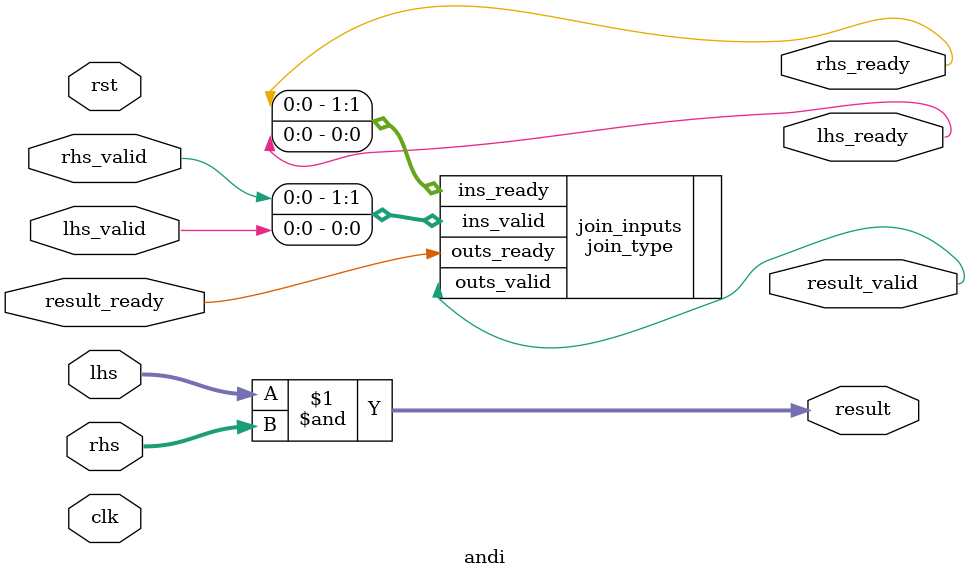
<source format=v>
`timescale 1ns/1ps
module andi #(
  parameter DATA_TYPE = 32
)(
  // inputs
  input  clk,
  input  rst,
  input  [DATA_TYPE - 1 : 0] lhs,
  input  lhs_valid,
  input  [DATA_TYPE - 1 : 0] rhs,
  input  rhs_valid,
  input  result_ready,
  // outputs
  output [DATA_TYPE - 1 : 0] result,
  output result_valid,
  output lhs_ready,
  output rhs_ready
);

  // Instantiate the join node
  join_type #(
    .SIZE(2)
  ) join_inputs (
    .ins_valid  ({rhs_valid, lhs_valid}),
    .outs_ready (result_ready             ),
    .ins_ready  ({rhs_ready, lhs_ready}  ),
    .outs_valid (result_valid             )
  );

assign result = lhs & rhs;


endmodule

</source>
